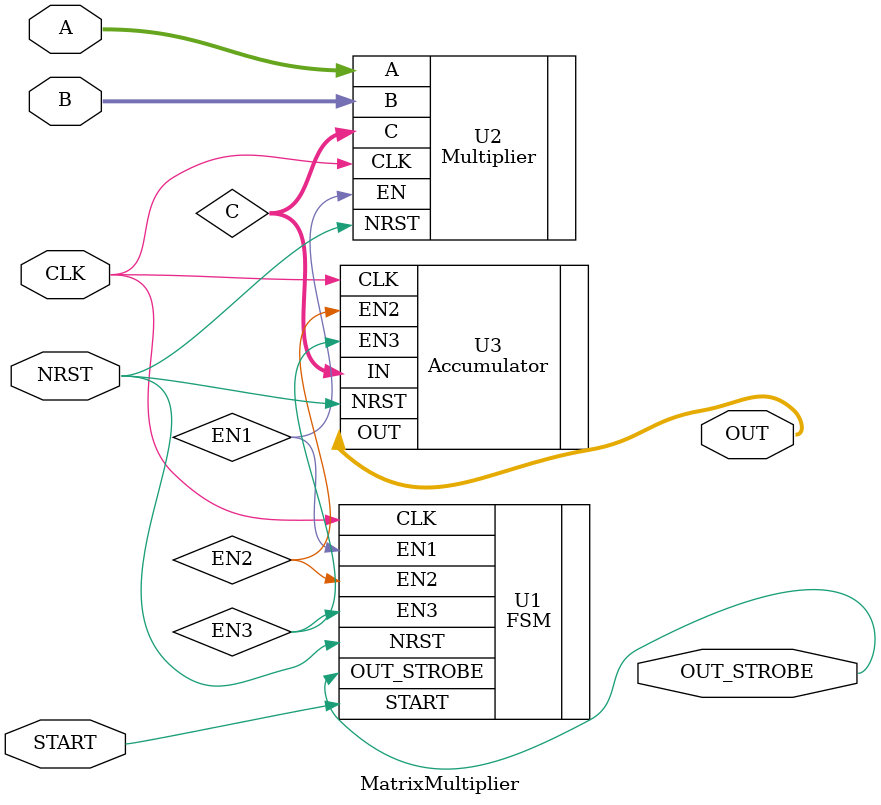
<source format=v>

module MatrixMultiplier(
input   wire            CLK,
input   wire            NRST, //Async N Reset
input   wire            START,
input   wire    [7:0]   A,
input   wire    [7:0]   B,
output  wire    [16:0]  OUT,
output  wire            OUT_STROBE
);

//Wires for intermediate connections
wire            [15:0]  C;
wire                    EN1;
wire                    EN2;
wire                    EN3;

FSM U1(
    .CLK(CLK),
    .START(START),
    .NRST(NRST),
    .EN1(EN1),
    .EN2(EN2),
    .EN3(EN3),
    .OUT_STROBE(OUT_STROBE)
);

Multiplier U2(
    .CLK(CLK),
    .NRST(NRST),
    .EN(EN1),
    .A(A),
    .B(B),
    .C(C)
);

Accumulator U3(
    .CLK(CLK),
    .NRST(NRST),
    .EN2(EN2),
    .EN3(EN3),
    .IN(C),
    .OUT(OUT)
);


endmodule



</source>
